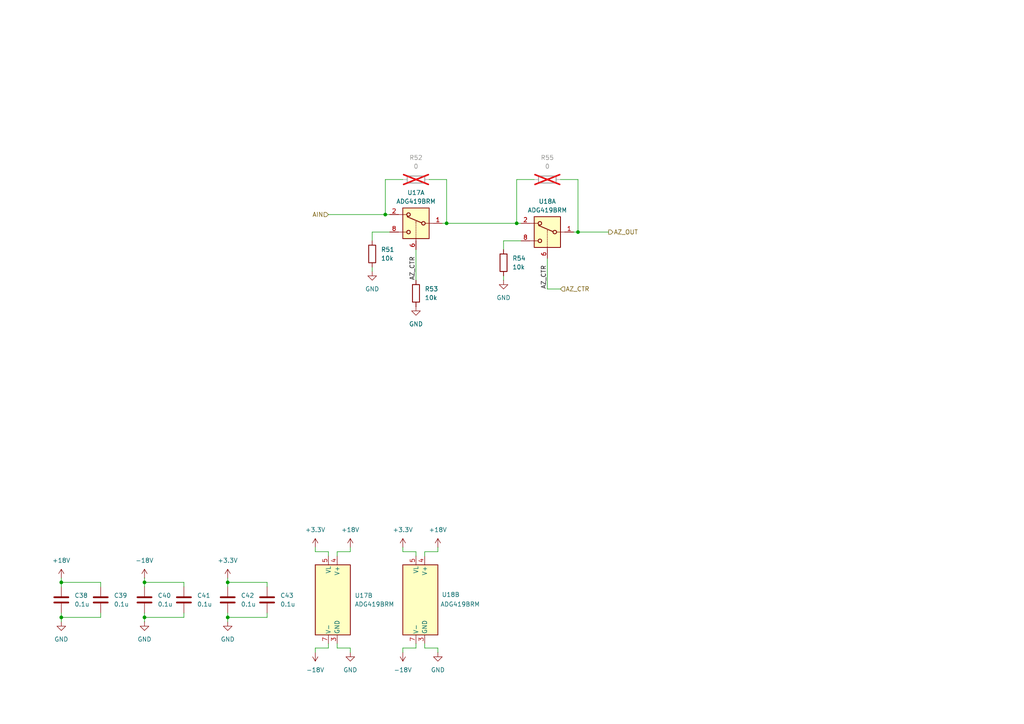
<source format=kicad_sch>
(kicad_sch (version 20250114) (generator "eeschema") (generator_version "9.0")
  (paper "A4")
  (lib_symbols
    (symbol "Analog_Switch:ADG419BRM" (pin_names (offset 0.254))
      (property "Reference" "U" (at -3.175 7.239 0))
      (property "Value" "ADG419BRM" (at -3.175 5.461 0))
      (symbol "ADG419BRM_1_1"
        (polyline (pts (xy -5.08 0) (xy -2.794 0)))
        (rectangle (start -3.81 4.445) (end 3.81 -4.445) (stroke (width 0.254)) (fill (type background)))
        (circle (center -2.159 0) (radius 0.508) (stroke (width 0.254)))
        (polyline (pts (xy -1.651 0.127) (xy 2.54 1.905)) (stroke (width 0.254)))
        (polyline (pts (xy 0 0.254) (xy 0 0.508)))
        (polyline (pts (xy 0 0.254) (xy 0 0.508)))
        (polyline (pts (xy 0 -0.254) (xy 0 0)))
        (polyline (pts (xy 0 -0.762) (xy 0 -0.508)))
        (polyline (pts (xy 0 -1.27) (xy 0 -1.016)))
        (polyline (pts (xy 0 -1.778) (xy 0 -1.524)))
        (polyline (pts (xy 0 -2.286) (xy 0 -2.032)))
        (polyline (pts (xy 0 -2.794) (xy 0 -2.54)))
        (polyline (pts (xy 0 -3.302) (xy 0 -3.048)))
        (polyline (pts (xy 0 -3.81) (xy 0 -3.556)))
        (polyline (pts (xy 0 -4.318) (xy 0 -4.064)))
        (polyline (pts (xy 0 -5.08) (xy 0 -4.572)))
        (circle (center 2.159 2.54) (radius 0.508) (stroke (width 0.254)))
        (circle (center 2.159 -2.54) (radius 0.508) (stroke (width 0.254)))
        (polyline (pts (xy 5.08 2.54) (xy 2.794 2.54)))
        (polyline (pts (xy 5.08 -2.54) (xy 2.794 -2.54)))
        (pin passive line (at -7.62 0 0) (length 2.54) (name "~") (number "1"))
        (pin input line (at 0 -7.62 90) (length 2.54) (name "~") (number "6"))
        (pin passive line (at 7.62 2.54 180) (length 2.54) (name "~") (number "2"))
        (pin passive line (at 7.62 -2.54 180) (length 2.54) (name "~") (number "8"))
      )
      (symbol "ADG419BRM_2_0"
        (pin power_in line (at 0 12.7 270) (length 2.54) (name "V+") (number "4"))
        (pin power_in line (at 0 -12.7 90) (length 2.54) (name "GND") (number "3"))
        (pin power_in line (at 2.54 12.7 270) (length 2.54) (name "VL") (number "5"))
        (pin power_in line (at 2.54 -12.7 90) (length 2.54) (name "V-") (number "7"))
      )
      (symbol "ADG419BRM_2_1"
        (rectangle (start -3.81 10.16) (end 6.35 -10.16) (stroke (width 0.254)) (fill (type background)))
      )
    )
    (symbol "Device:C" (pin_numbers (hide yes)) (pin_names (offset 0.254))
      (property "Reference" "C" (at 0.635 2.54 0))
      (property "Value" "C" (at 0.635 -2.54 0))
      (symbol "C_0_1"
        (polyline (pts (xy -2.032 0.762) (xy 2.032 0.762)) (stroke (width 0.508)))
        (polyline (pts (xy -2.032 -0.762) (xy 2.032 -0.762)) (stroke (width 0.508)))
      )
      (symbol "C_1_1"
        (pin passive line (at 0 3.81 270) (length 2.794) (name "~") (number "1"))
        (pin passive line (at 0 -3.81 90) (length 2.794) (name "~") (number "2"))
      )
    )
    (symbol "Device:R" (pin_numbers (hide yes)) (pin_names (offset 0))
      (property "Reference" "R" (at 2.032 0 90))
      (property "Value" "R" (at 0 0 90))
      (symbol "R_0_1"
        (rectangle (start -1.016 -2.54) (end 1.016 2.54) (stroke (width 0.254)))
      )
      (symbol "R_1_1"
        (pin passive line (at 0 3.81 270) (length 1.27) (name "~") (number "1"))
        (pin passive line (at 0 -3.81 90) (length 1.27) (name "~") (number "2"))
      )
    )
    (symbol "MADC_ARTY:+18V" (power) (pin_numbers (hide yes)) (pin_names (offset 0) (hide yes))
      (property "Value" "+18V" (at 0 3.556 0))
      (symbol "+18V_0_1"
        (polyline (pts (xy -0.762 1.27) (xy 0 2.54)))
        (polyline (pts (xy 0 2.54) (xy 0.762 1.27)))
        (polyline (pts (xy 0 0) (xy 0 2.54)))
      )
      (symbol "+18V_1_1"
        (pin power_in line (at 0 0 90) (length 0) (name "~") (number "1"))
      )
    )
    (symbol "MADC_ARTY:-18V" (power) (pin_numbers (hide yes)) (pin_names (offset 0) (hide yes))
      (property "Value" "-18V" (at 0 3.556 0))
      (symbol "-18V_0_1"
        (polyline (pts (xy -0.762 1.27) (xy 0 2.54)))
        (polyline (pts (xy 0 2.54) (xy 0.762 1.27)))
        (polyline (pts (xy 0 0) (xy 0 2.54)))
      )
      (symbol "-18V_1_1"
        (pin power_in line (at 0 0 90) (length 0) (name "~") (number "1"))
      )
    )
    (symbol "power:+3.3V" (power) (pin_numbers (hide yes)) (pin_names (offset 0) (hide yes))
      (property "Value" "+3.3V" (at 0 3.556 0))
      (symbol "+3.3V_0_1"
        (polyline (pts (xy -0.762 1.27) (xy 0 2.54)))
        (polyline (pts (xy 0 2.54) (xy 0.762 1.27)))
        (polyline (pts (xy 0 0) (xy 0 2.54)))
      )
      (symbol "+3.3V_1_1"
        (pin power_in line (at 0 0 90) (length 0) (name "~") (number "1"))
      )
    )
    (symbol "power:GND" (power) (pin_numbers (hide yes)) (pin_names (offset 0) (hide yes))
      (property "Value" "GND" (at 0 -3.81 0))
      (symbol "GND_0_1"
        (polyline (pts (xy 0 0) (xy 0 -1.27) (xy 1.27 -1.27) (xy 0 -2.54) (xy -1.27 -1.27) (xy 0 -1.27)))
      )
      (symbol "GND_1_1"
        (pin power_in line (at 0 0 270) (length 0) (name "~") (number "1"))
      )
    )
  )
  (junction (at 66.04 179.07))
  (junction (at 17.78 179.07))
  (junction (at 66.04 168.91))
  (junction (at 129.54 64.77))
  (junction (at 41.91 168.91))
  (junction (at 167.64 67.31))
  (junction (at 149.86 64.77))
  (junction (at 111.76 62.23))
  (junction (at 17.78 168.91))
  (junction (at 41.91 179.07))
  (wire (pts (xy 120.65 72.39) (xy 120.65 81.28)))
  (wire (pts (xy 66.04 177.8) (xy 66.04 179.07)))
  (wire (pts (xy 17.78 177.8) (xy 17.78 179.07)))
  (wire (pts (xy 123.19 160.02) (xy 127 160.02)))
  (wire (pts (xy 128.27 64.77) (xy 129.54 64.77)))
  (wire (pts (xy 97.79 187.96) (xy 101.6 187.96)))
  (wire (pts (xy 120.65 160.02) (xy 116.84 160.02)))
  (wire (pts (xy 120.65 161.29) (xy 120.65 160.02)))
  (wire (pts (xy 41.91 179.07) (xy 41.91 180.34)))
  (wire (pts (xy 120.65 187.96) (xy 116.84 187.96)))
  (wire (pts (xy 129.54 52.07) (xy 129.54 64.77)))
  (wire (pts (xy 158.75 83.82) (xy 162.56 83.82)))
  (wire (pts (xy 149.86 52.07) (xy 149.86 64.77)))
  (wire (pts (xy 41.91 168.91) (xy 41.91 170.18)))
  (wire (pts (xy 127 158.75) (xy 127 160.02)))
  (wire (pts (xy 123.19 186.69) (xy 123.19 187.96)))
  (wire (pts (xy 167.64 52.07) (xy 167.64 67.31)))
  (wire (pts (xy 29.21 179.07) (xy 17.78 179.07)))
  (wire (pts (xy 66.04 167.64) (xy 66.04 168.91)))
  (wire (pts (xy 162.56 52.07) (xy 167.64 52.07)))
  (wire (pts (xy 97.79 160.02) (xy 101.6 160.02)))
  (wire (pts (xy 166.37 67.31) (xy 167.64 67.31)))
  (wire (pts (xy 95.25 187.96) (xy 91.44 187.96)))
  (wire (pts (xy 95.25 62.23) (xy 111.76 62.23)))
  (wire (pts (xy 123.19 187.96) (xy 127 187.96)))
  (wire (pts (xy 41.91 177.8) (xy 41.91 179.07)))
  (wire (pts (xy 95.25 186.69) (xy 95.25 187.96)))
  (wire (pts (xy 111.76 62.23) (xy 111.76 52.07)))
  (wire (pts (xy 149.86 64.77) (xy 151.13 64.77)))
  (wire (pts (xy 107.95 69.85) (xy 107.95 67.31)))
  (wire (pts (xy 158.75 74.93) (xy 158.75 83.82)))
  (wire (pts (xy 127 187.96) (xy 127 189.23)))
  (wire (pts (xy 107.95 67.31) (xy 113.03 67.31)))
  (wire (pts (xy 97.79 186.69) (xy 97.79 187.96)))
  (wire (pts (xy 120.65 186.69) (xy 120.65 187.96)))
  (wire (pts (xy 116.84 187.96) (xy 116.84 189.23)))
  (wire (pts (xy 29.21 177.8) (xy 29.21 179.07)))
  (wire (pts (xy 41.91 167.64) (xy 41.91 168.91)))
  (wire (pts (xy 29.21 168.91) (xy 29.21 170.18)))
  (wire (pts (xy 101.6 187.96) (xy 101.6 189.23)))
  (wire (pts (xy 107.95 77.47) (xy 107.95 78.74)))
  (wire (pts (xy 66.04 168.91) (xy 66.04 170.18)))
  (wire (pts (xy 123.19 161.29) (xy 123.19 160.02)))
  (wire (pts (xy 97.79 161.29) (xy 97.79 160.02)))
  (wire (pts (xy 53.34 179.07) (xy 41.91 179.07)))
  (wire (pts (xy 91.44 158.75) (xy 91.44 160.02)))
  (wire (pts (xy 95.25 160.02) (xy 91.44 160.02)))
  (wire (pts (xy 116.84 158.75) (xy 116.84 160.02)))
  (wire (pts (xy 17.78 167.64) (xy 17.78 168.91)))
  (wire (pts (xy 146.05 80.01) (xy 146.05 81.28)))
  (wire (pts (xy 111.76 62.23) (xy 113.03 62.23)))
  (wire (pts (xy 77.47 168.91) (xy 77.47 170.18)))
  (wire (pts (xy 53.34 177.8) (xy 53.34 179.07)))
  (wire (pts (xy 167.64 67.31) (xy 176.53 67.31)))
  (wire (pts (xy 91.44 187.96) (xy 91.44 189.23)))
  (wire (pts (xy 77.47 179.07) (xy 66.04 179.07)))
  (wire (pts (xy 124.46 52.07) (xy 129.54 52.07)))
  (wire (pts (xy 66.04 168.91) (xy 77.47 168.91)))
  (wire (pts (xy 111.76 52.07) (xy 116.84 52.07)))
  (wire (pts (xy 17.78 168.91) (xy 29.21 168.91)))
  (wire (pts (xy 146.05 72.39) (xy 146.05 69.85)))
  (wire (pts (xy 77.47 177.8) (xy 77.47 179.07)))
  (wire (pts (xy 17.78 179.07) (xy 17.78 180.34)))
  (wire (pts (xy 154.94 52.07) (xy 149.86 52.07)))
  (wire (pts (xy 101.6 158.75) (xy 101.6 160.02)))
  (wire (pts (xy 129.54 64.77) (xy 149.86 64.77)))
  (wire (pts (xy 95.25 161.29) (xy 95.25 160.02)))
  (wire (pts (xy 53.34 168.91) (xy 53.34 170.18)))
  (wire (pts (xy 17.78 168.91) (xy 17.78 170.18)))
  (wire (pts (xy 41.91 168.91) (xy 53.34 168.91)))
  (wire (pts (xy 66.04 179.07) (xy 66.04 180.34)))
  (wire (pts (xy 146.05 69.85) (xy 151.13 69.85)))
  (label "AZ_CTR" (at 158.75 83.82 90))
  (label "AZ_CTR" (at 120.65 81.28 90))
  (hierarchical_label "AZ_OUT" (shape output) (at 176.53 67.31 0))
  (hierarchical_label "AIN" (shape input) (at 95.25 62.23 180))
  (hierarchical_label "AZ_CTR" (shape input) (at 162.56 83.82 0))
  (symbol (lib_id "MADC_ARTY:-18V") (at 116.84 189.23 180) (unit 1)
    (property "Reference" "#PWR077" (effects (hide yes)))
    (property "Value" "-18V" (at 116.84 194.31 0))
    (property "Description" "Power symbol creates a global label" (effects (hide yes)))
    (instances (project "MADC_ARTY" (path "" (reference "#PWR0116") (unit 1)) (path "" (reference "#PWR077") (unit 1))))
  )
  (symbol (lib_id "power:GND") (at 146.05 81.28 0) (unit 1)
    (property "Reference" "#PWR081" (effects (hide yes)))
    (property "Value" "GND" (at 146.05 86.36 0))
    (property "Description" "Power symbol creates a global label with name \"GND\" , ground" (effects (hide yes)))
    (instances (project "MADC_ARTY" (path "" (reference "#PWR0120") (unit 1)) (path "" (reference "#PWR081") (unit 1))))
  )
  (symbol (lib_id "MADC_ARTY:-18V") (at 41.91 167.64 0) (unit 1)
    (property "Reference" "#PWR067" (effects (hide yes)))
    (property "Value" "-18V" (at 41.91 162.56 0))
    (property "Description" "Power symbol creates a global label" (effects (hide yes)))
    (instances (project "MADC_ARTY" (path "" (reference "#PWR0106") (unit 1)) (path "" (reference "#PWR067") (unit 1))))
  )
  (symbol (lib_id "power:GND") (at 127 189.23 0) (unit 1)
    (property "Reference" "#PWR080" (effects (hide yes)))
    (property "Value" "GND" (at 127 194.31 0))
    (property "Description" "Power symbol creates a global label with name \"GND\" , ground" (effects (hide yes)))
    (instances (project "MADC_ARTY" (path "" (reference "#PWR0119") (unit 1)) (path "" (reference "#PWR080") (unit 1))))
  )
  (symbol (lib_id "Device:C") (at 41.91 173.99 0) (unit 1)
    (property "Reference" "C29" (at 45.72 172.7199 0) (effects (justify left)))
    (property "Value" "0.1u" (at 45.72 175.2599 0) (effects (justify left)))
    (property "Footprint" "Capacitor_SMD:C_0603_1608Metric" (effects (hide yes)))
    (property "Description" "Unpolarized capacitor" (effects (hide yes)))
    (instances (project "MADC_ARTY" (path "" (reference "C40") (unit 1)) (path "" (reference "C29") (unit 1))))
  )
  (symbol (lib_id "Analog_Switch:ADG419BRM") (at 120.65 64.77 0) (mirror y) (unit 1)
    (property "Reference" "U12" (at 120.65 55.88 0))
    (property "Value" "ADG419BRM" (at 120.65 58.42 0))
    (property "Footprint" "Package_SO:MSOP-8_3x3mm_P0.65mm" (effects (hide yes)))
    (property "Datasheet" "https://www.analog.com/media/en/technical-documentation/data-sheets/ADG419.pdf" (effects (hide yes)))
    (property "Description" "Single SPDT Monolithic LC²MOS Analog Switch, 25Ohm Ron, MSOP-8" (effects (hide yes)))
    (instances (project "MADC_ARTY" (path "" (reference "U17") (unit 1)) (path "" (reference "U12") (unit 1))))
  )
  (symbol (lib_id "power:GND") (at 101.6 189.23 0) (unit 1)
    (property "Reference" "#PWR074" (effects (hide yes)))
    (property "Value" "GND" (at 101.6 194.31 0))
    (property "Description" "Power symbol creates a global label with name \"GND\" , ground" (effects (hide yes)))
    (instances (project "MADC_ARTY" (path "" (reference "#PWR0113") (unit 1)) (path "" (reference "#PWR074") (unit 1))))
  )
  (symbol (lib_id "Device:C") (at 53.34 173.99 0) (unit 1)
    (property "Reference" "C30" (at 57.15 172.7199 0) (effects (justify left)))
    (property "Value" "0.1u" (at 57.15 175.2599 0) (effects (justify left)))
    (property "Footprint" "Capacitor_SMD:C_0603_1608Metric" (effects (hide yes)))
    (property "Description" "Unpolarized capacitor" (effects (hide yes)))
    (instances (project "MADC_ARTY" (path "" (reference "C41") (unit 1)) (path "" (reference "C30") (unit 1))))
  )
  (symbol (lib_id "Device:C") (at 17.78 173.99 0) (unit 1)
    (property "Reference" "C27" (at 21.59 172.7199 0) (effects (justify left)))
    (property "Value" "0.1u" (at 21.59 175.2599 0) (effects (justify left)))
    (property "Footprint" "Capacitor_SMD:C_0603_1608Metric" (effects (hide yes)))
    (property "Description" "Unpolarized capacitor" (effects (hide yes)))
    (instances (project "MADC_ARTY" (path "" (reference "C38") (unit 1)) (path "" (reference "C27") (unit 1))))
  )
  (symbol (lib_id "Device:R") (at 120.65 52.07 90) (unit 1) (in_bom no) (dnp yes)
    (property "Reference" "R40" (at 120.65 45.72 90))
    (property "Value" "0" (at 120.65 48.26 90))
    (property "Footprint" "Resistor_SMD:R_0603_1608Metric" (effects (hide yes)))
    (property "Description" "Resistor" (effects (hide yes)))
    (instances (project "MADC_ARTY" (path "" (reference "R52") (unit 1)) (path "" (reference "R40") (unit 1))))
  )
  (symbol (lib_id "power:+3.3V") (at 91.44 158.75 0) (unit 1)
    (property "Reference" "#PWR071" (effects (hide yes)))
    (property "Value" "+3.3V" (at 91.44 153.67 0))
    (property "Description" "Power symbol creates a global label with name \"+3.3V\"" (effects (hide yes)))
    (instances (project "MADC_ARTY" (path "" (reference "#PWR0110") (unit 1)) (path "" (reference "#PWR071") (unit 1))))
  )
  (symbol (lib_id "MADC_ARTY:+18V") (at 17.78 167.64 0) (unit 1)
    (property "Reference" "#PWR065" (effects (hide yes)))
    (property "Value" "+18V" (at 17.78 162.56 0))
    (property "Description" "Power symbol creates a global label" (effects (hide yes)))
    (instances (project "MADC_ARTY" (path "" (reference "#PWR0104") (unit 1)) (path "" (reference "#PWR065") (unit 1))))
  )
  (symbol (lib_id "Analog_Switch:ADG419BRM") (at 158.75 67.31 0) (mirror y) (unit 1)
    (property "Reference" "U13" (at 158.75 58.42 0))
    (property "Value" "ADG419BRM" (at 158.75 60.96 0))
    (property "Footprint" "Package_SO:MSOP-8_3x3mm_P0.65mm" (effects (hide yes)))
    (property "Datasheet" "https://www.analog.com/media/en/technical-documentation/data-sheets/ADG419.pdf" (effects (hide yes)))
    (property "Description" "Single SPDT Monolithic LC²MOS Analog Switch, 25Ohm Ron, MSOP-8" (effects (hide yes)))
    (instances (project "MADC_ARTY" (path "" (reference "U18") (unit 1)) (path "" (reference "U13") (unit 1))))
  )
  (symbol (lib_id "Device:R") (at 158.75 52.07 90) (unit 1) (in_bom no) (dnp yes)
    (property "Reference" "R43" (at 158.75 45.72 90))
    (property "Value" "0" (at 158.75 48.26 90))
    (property "Footprint" "Resistor_SMD:R_0603_1608Metric" (effects (hide yes)))
    (property "Description" "Resistor" (effects (hide yes)))
    (instances (project "MADC_ARTY" (path "" (reference "R55") (unit 1)) (path "" (reference "R43") (unit 1))))
  )
  (symbol (lib_id "Analog_Switch:ADG419BRM") (at 123.19 173.99 0) (mirror y) (unit 2)
    (property "Reference" "U13" (at 133.35 172.466 0) (effects (justify left)))
    (property "Value" "ADG419BRM" (at 139.192 175.26 0) (effects (justify left)))
    (property "Footprint" "Package_SO:MSOP-8_3x3mm_P0.65mm" (effects (hide yes)))
    (property "Datasheet" "https://www.analog.com/media/en/technical-documentation/data-sheets/ADG419.pdf" (effects (hide yes)))
    (property "Description" "Single SPDT Monolithic LC²MOS Analog Switch, 25Ohm Ron, MSOP-8" (effects (hide yes)))
    (instances (project "MADC_ARTY" (path "" (reference "U18") (unit 2)) (path "" (reference "U13") (unit 2))))
  )
  (symbol (lib_id "Device:R") (at 107.95 73.66 0) (unit 1)
    (property "Reference" "R39" (at 110.49 72.3899 0) (effects (justify left)))
    (property "Value" "10k" (at 110.49 74.9299 0) (effects (justify left)))
    (property "Footprint" "Resistor_SMD:R_0603_1608Metric" (effects (hide yes)))
    (property "Description" "Resistor" (effects (hide yes)))
    (instances (project "MADC_ARTY" (path "" (reference "R51") (unit 1)) (path "" (reference "R39") (unit 1))))
  )
  (symbol (lib_id "Device:C") (at 29.21 173.99 0) (unit 1)
    (property "Reference" "C28" (at 33.02 172.7199 0) (effects (justify left)))
    (property "Value" "0.1u" (at 33.02 175.2599 0) (effects (justify left)))
    (property "Footprint" "Capacitor_SMD:C_0603_1608Metric" (effects (hide yes)))
    (property "Description" "Unpolarized capacitor" (effects (hide yes)))
    (instances (project "MADC_ARTY" (path "" (reference "C39") (unit 1)) (path "" (reference "C28") (unit 1))))
  )
  (symbol (lib_id "Device:C") (at 77.47 173.99 0) (unit 1)
    (property "Reference" "C32" (at 81.28 172.7199 0) (effects (justify left)))
    (property "Value" "0.1u" (at 81.28 175.2599 0) (effects (justify left)))
    (property "Footprint" "Capacitor_SMD:C_0603_1608Metric" (effects (hide yes)))
    (property "Description" "Unpolarized capacitor" (effects (hide yes)))
    (instances (project "MADC_ARTY" (path "" (reference "C43") (unit 1)) (path "" (reference "C32") (unit 1))))
  )
  (symbol (lib_id "power:GND") (at 17.78 180.34 0) (unit 1)
    (property "Reference" "#PWR066" (effects (hide yes)))
    (property "Value" "GND" (at 17.78 185.42 0))
    (property "Description" "Power symbol creates a global label with name \"GND\" , ground" (effects (hide yes)))
    (instances (project "MADC_ARTY" (path "" (reference "#PWR0105") (unit 1)) (path "" (reference "#PWR066") (unit 1))))
  )
  (symbol (lib_id "power:GND") (at 41.91 180.34 0) (unit 1)
    (property "Reference" "#PWR068" (effects (hide yes)))
    (property "Value" "GND" (at 41.91 185.42 0))
    (property "Description" "Power symbol creates a global label with name \"GND\" , ground" (effects (hide yes)))
    (instances (project "MADC_ARTY" (path "" (reference "#PWR0107") (unit 1)) (path "" (reference "#PWR068") (unit 1))))
  )
  (symbol (lib_id "MADC_ARTY:+18V") (at 127 158.75 0) (unit 1)
    (property "Reference" "#PWR079" (effects (hide yes)))
    (property "Value" "+18V" (at 127 153.67 0))
    (property "Description" "Power symbol creates a global label" (effects (hide yes)))
    (instances (project "MADC_ARTY" (path "" (reference "#PWR0118") (unit 1)) (path "" (reference "#PWR079") (unit 1))))
  )
  (symbol (lib_id "power:GND") (at 120.65 88.9 0) (unit 1)
    (property "Reference" "#PWR078" (effects (hide yes)))
    (property "Value" "GND" (at 120.65 93.98 0))
    (property "Description" "Power symbol creates a global label with name \"GND\" , ground" (effects (hide yes)))
    (instances (project "MADC_ARTY" (path "" (reference "#PWR0117") (unit 1)) (path "" (reference "#PWR078") (unit 1))))
  )
  (symbol (lib_id "power:+3.3V") (at 116.84 158.75 0) (unit 1)
    (property "Reference" "#PWR076" (effects (hide yes)))
    (property "Value" "+3.3V" (at 116.84 153.67 0))
    (property "Description" "Power symbol creates a global label with name \"+3.3V\"" (effects (hide yes)))
    (instances (project "MADC_ARTY" (path "" (reference "#PWR0115") (unit 1)) (path "" (reference "#PWR076") (unit 1))))
  )
  (symbol (lib_id "power:GND") (at 66.04 180.34 0) (unit 1)
    (property "Reference" "#PWR070" (effects (hide yes)))
    (property "Value" "GND" (at 66.04 185.42 0))
    (property "Description" "Power symbol creates a global label with name \"GND\" , ground" (effects (hide yes)))
    (instances (project "MADC_ARTY" (path "" (reference "#PWR0109") (unit 1)) (path "" (reference "#PWR070") (unit 1))))
  )
  (symbol (lib_id "power:+3.3V") (at 66.04 167.64 0) (unit 1)
    (property "Reference" "#PWR069" (effects (hide yes)))
    (property "Value" "+3.3V" (at 66.04 162.56 0))
    (property "Description" "Power symbol creates a global label with name \"+3.3V\"" (effects (hide yes)))
    (instances (project "MADC_ARTY" (path "" (reference "#PWR0108") (unit 1)) (path "" (reference "#PWR069") (unit 1))))
  )
  (symbol (lib_id "Analog_Switch:ADG419BRM") (at 97.79 173.99 0) (mirror y) (unit 2)
    (property "Reference" "U12" (at 102.87 172.7199 0) (effects (justify right)))
    (property "Value" "ADG419BRM" (at 102.87 175.2599 0) (effects (justify right)))
    (property "Footprint" "Package_SO:MSOP-8_3x3mm_P0.65mm" (effects (hide yes)))
    (property "Datasheet" "https://www.analog.com/media/en/technical-documentation/data-sheets/ADG419.pdf" (effects (hide yes)))
    (property "Description" "Single SPDT Monolithic LC²MOS Analog Switch, 25Ohm Ron, MSOP-8" (effects (hide yes)))
    (instances (project "MADC_ARTY" (path "" (reference "U17") (unit 2)) (path "" (reference "U12") (unit 2))))
  )
  (symbol (lib_id "Device:R") (at 146.05 76.2 0) (unit 1)
    (property "Reference" "R42" (at 148.59 74.9299 0) (effects (justify left)))
    (property "Value" "10k" (at 148.59 77.4699 0) (effects (justify left)))
    (property "Footprint" "Resistor_SMD:R_0603_1608Metric" (effects (hide yes)))
    (property "Description" "Resistor" (effects (hide yes)))
    (instances (project "MADC_ARTY" (path "" (reference "R54") (unit 1)) (path "" (reference "R42") (unit 1))))
  )
  (symbol (lib_id "MADC_ARTY:-18V") (at 91.44 189.23 180) (unit 1)
    (property "Reference" "#PWR072" (effects (hide yes)))
    (property "Value" "-18V" (at 91.44 194.31 0))
    (property "Description" "Power symbol creates a global label" (effects (hide yes)))
    (instances (project "MADC_ARTY" (path "" (reference "#PWR0111") (unit 1)) (path "" (reference "#PWR072") (unit 1))))
  )
  (symbol (lib_id "Device:C") (at 66.04 173.99 0) (unit 1)
    (property "Reference" "C31" (at 69.85 172.7199 0) (effects (justify left)))
    (property "Value" "0.1u" (at 69.85 175.2599 0) (effects (justify left)))
    (property "Footprint" "Capacitor_SMD:C_0603_1608Metric" (effects (hide yes)))
    (property "Description" "Unpolarized capacitor" (effects (hide yes)))
    (instances (project "MADC_ARTY" (path "" (reference "C42") (unit 1)) (path "" (reference "C31") (unit 1))))
  )
  (symbol (lib_id "MADC_ARTY:+18V") (at 101.6 158.75 0) (unit 1)
    (property "Reference" "#PWR073" (effects (hide yes)))
    (property "Value" "+18V" (at 101.6 153.67 0))
    (property "Description" "Power symbol creates a global label" (effects (hide yes)))
    (instances (project "MADC_ARTY" (path "" (reference "#PWR0112") (unit 1)) (path "" (reference "#PWR073") (unit 1))))
  )
  (symbol (lib_id "power:GND") (at 107.95 78.74 0) (unit 1)
    (property "Reference" "#PWR075" (effects (hide yes)))
    (property "Value" "GND" (at 107.95 83.82 0))
    (property "Description" "Power symbol creates a global label with name \"GND\" , ground" (effects (hide yes)))
    (instances (project "MADC_ARTY" (path "" (reference "#PWR0114") (unit 1)) (path "" (reference "#PWR075") (unit 1))))
  )
  (symbol (lib_id "Device:R") (at 120.65 85.09 0) (unit 1)
    (property "Reference" "R41" (at 123.19 83.8199 0) (effects (justify left)))
    (property "Value" "10k" (at 123.19 86.3599 0) (effects (justify left)))
    (property "Footprint" "Resistor_SMD:R_0603_1608Metric" (effects (hide yes)))
    (property "Description" "Resistor" (effects (hide yes)))
    (instances (project "MADC_ARTY" (path "" (reference "R53") (unit 1)) (path "" (reference "R41") (unit 1))))
  )
)
</source>
